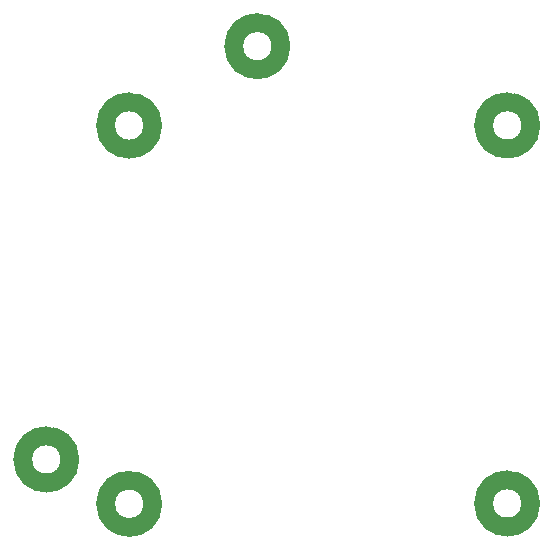
<source format=gts>
G04 Layer: TopSolderMaskLayer*
G04 EasyEDA v6.4.2, 2020-07-29T20:00:14+08:00*
G04 a4d3a70eaac246dab60b55038e04b420,fed530592efb474aaabf7115e2e2b964,NaN*
G04 Gerber Generator version 0.2*
G04 Scale: 100 percent, Rotated: No, Reflected: No *
G04 Dimensions in millimeters *
G04 leading zeros omitted , absolute positions ,3 integer and 3 decimal *
%FSLAX33Y33*%
%MOMM*%
G90*
G71D02*

%ADD14C,1.599997*%

%LPD*%
G54D14*
G75*
G01X13017Y36008D02*
G03X13017Y36008I-2000J0D01*
G01*
G75*
G01X23876Y42723D02*
G03X23876Y42723I-2000J0D01*
G01*
G75*
G01X6006Y7735D02*
G03X6006Y7735I-2000J0D01*
G01*
G75*
G01X13026Y3975D02*
G03X13026Y3975I-2000J0D01*
G01*
G75*
G01X45026Y4005D02*
G03X45026Y4005I-2000J0D01*
G01*
G75*
G01X45034Y36015D02*
G03X45034Y36015I-2000J0D01*
G01*
M00*
M02*

</source>
